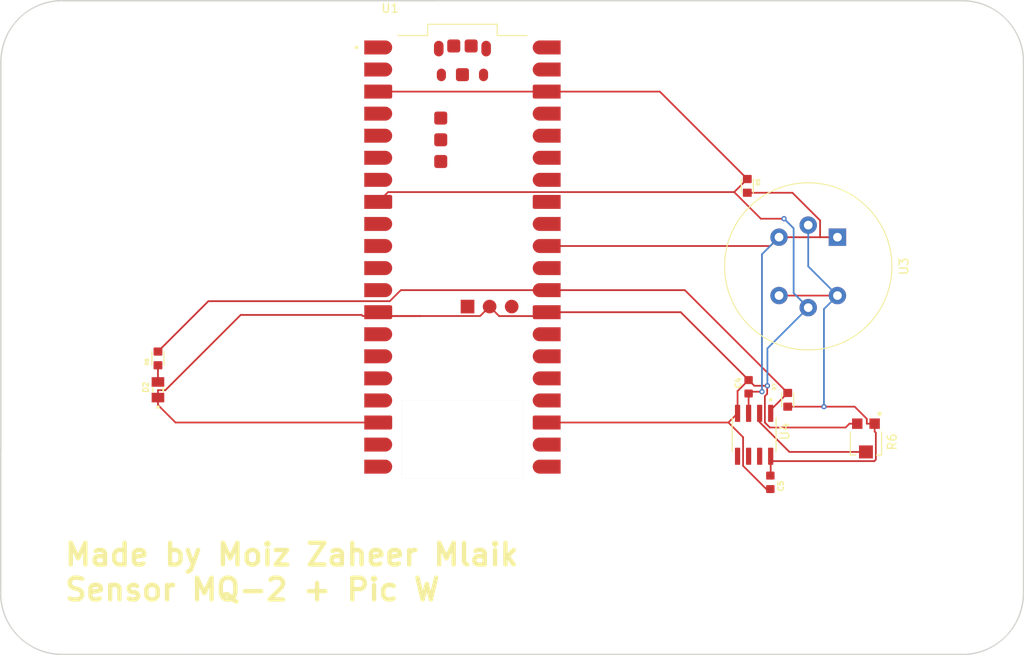
<source format=kicad_pcb>
(kicad_pcb (version 20241229) (generator "pcbnew") (generator_version "9.0")
  (layers (0 "F.Cu" signal) (2 "B.Cu" signal) (13 "F.Paste" user) (15 "B.Paste" user) (5 "F.SilkS" user "F.Silkscreen") (7 "B.SilkS" user "B.Silkscreen") (1 "F.Mask" user) (3 "B.Mask" user) (25 "Edge.Cuts" user))
  (net 0 "")
  (net 1 "GND")
  (net 2 "POT")
  (net 3 "/MQ-X/DOUT")
  (net 4 "/MQ-X/AOUT")
  (net 5 "+5V")
  (net 6 "Net-(D2-PadA)")
  (net 23 "3V3")
  (net 37 "AGND")
  (net 39 "VSYS")
  (footprint "Sensor:MQ-6" (layer "F.Cu") (at 209.16 56.495 -90)
    (property "Reference" "U3")
    (property "Value" "MQ-6")
  )
  (footprint "8-2176243-2:RESC1608X50N" (layer "F.Cu") (at 198.79 50.585 -90)
    (property "Reference" "R5")
    (property "Value" "10K")
  )
  (footprint "LM393M_NOPB:SOIC127P599X175-8N" (layer "F.Cu") (at 199.575 79.245 -90)
    (property "Reference" "U4")
    (property "Value" "LM393M_NOPB")
  )
  (footprint "597-3305-607F:LEDC2012X70N" (layer "F.Cu") (at 130.99 74.06 90)
    (property "Reference" "D2")
    (property "Value" "597-3305-607F")
  )
  (footprint "8-2176243-2:RESC1608X50N" (layer "F.Cu") (at 203.44 75.215 90)
    (property "Reference" "R7")
    (property "Value" "10K")
  )
  (footprint "RASPBERRY_PI_PICO_W:MODULE_RASPBERRY_PI_PICO_W" (layer "F.Cu") (at 166.02 58.78)
    (property "Reference" "U1")
    (property "Value" "RASPBERRY_PI_PICO_W")
    (fp_line (start -7 16.5) (end 7 16.5) (stroke (width 0.01)) (layer "Edge.Cuts"))
    (fp_line (start -7 25.5) (end -7 16.5) (stroke (width 0.01)) (layer "Edge.Cuts"))
    (fp_line (start 7 16.5) (end 7 25.5) (stroke (width 0.01)) (layer "Edge.Cuts"))
    (fp_line (start 7 25.5) (end -7 25.5) (stroke (width 0.01)) (layer "Edge.Cuts"))
  )
  (footprint "8-2176243-2:RESC1608X50N" (layer "F.Cu") (at 130.99 70.45 90)
    (property "Reference" "R8")
    (property "Value" "2k2")
  )
  (footprint "C0603C103K5RACTU:CAPC1608X90N" (layer "F.Cu") (at 198.94 73.715 90)
    (property "Reference" "C4")
    (property "Value" "100n")
  )
  (footprint "C0603C103K5RACTU:CAPC1608X90N" (layer "F.Cu") (at 201.44 84.715 -90)
    (property "Reference" "C5")
    (property "Value" "100n")
  )
  (footprint "TC33X-2-103E:TRIM_TC33X-2-103E" (layer "F.Cu") (at 212.44 79.765 -90)
    (property "Reference" "R6")
    (property "Value" "TC33X-2-103E")
  )
  (gr_line (start 119.963612 29.27) (end 121.47 29.27) (stroke (width 0.15)) (layer "Edge.Cuts"))
  (gr_line (start 230.56 36.31) (end 230.56 53.54) (stroke (width 0.15)) (layer "Edge.Cuts"))
  (gr_line (start 112.902655 97.15) (end 112.902655 97.482775) (stroke (width 0.15)) (layer "Edge.Cuts"))
  (gr_line (start 163.76 29.265604) (end 163.23 29.265604) (stroke (width 0.15)) (layer "Edge.Cuts"))
  (gr_line (start 223.515604 104.53) (end 134.31 104.53) (stroke (width 0.15)) (layer "Edge.Cuts"))
  (gr_line (start 223.532655 29.265604) (end 163.76 29.265604) (stroke (width 0.15)) (layer "Edge.Cuts"))
  (gr_arc (start 119.93 104.52) (mid 114.953939 102.458843) (end 112.892775 97.482775) (stroke (width 0.15)) (layer "Edge.Cuts"))
  (gr_line (start 230.56 97.502655) (end 230.56 53.54) (stroke (width 0.15)) (layer "Edge.Cuts"))
  (gr_line (start 112.919216 36.297345) (end 112.919216 80.86) (stroke (width 0.15)) (layer "Edge.Cuts"))
  (gr_line (start 112.919216 80.86) (end 112.902655 81.48) (stroke (width 0.15)) (layer "Edge.Cuts"))
  (gr_arc (start 112.926387 36.297345) (mid 114.987541 31.321273) (end 119.963612 29.26012) (stroke (width 0.15)) (layer "Edge.Cuts"))
  (gr_arc (start 223.532655 29.272775) (mid 228.508754 31.333915) (end 230.56988 36.31) (stroke (width 0.15)) (layer "Edge.Cuts"))
  (gr_line (start 119.93 104.527171) (end 133.87 104.527171) (stroke (width 0.15)) (layer "Edge.Cuts"))
  (gr_line (start 134.31 104.53) (end 133.87 104.527171) (stroke (width 0.15)) (layer "Edge.Cuts"))
  (gr_line (start 112.902655 97.15) (end 112.902655 81.48) (stroke (width 0.15)) (layer "Edge.Cuts"))
  (gr_line (start 121.47 29.27) (end 163.23 29.27) (stroke (width 0.15)) (layer "Edge.Cuts"))
  (gr_arc (start 230.552829 97.502655) (mid 228.491675 102.478726) (end 223.515604 104.53988) (stroke (width 0.15)) (layer "Edge.Cuts"))
  (gr_text "Made by Moiz Zaheer Mlaik\nSensor MQ-2 + Pic W  " (at 120.04 98.53 0) (layer "F.SilkS") (effects (font (size 2.5 2.5) (thickness 0.5)) (justify left bottom)))
  (segment (start 131.8417 74.1083) (end 130.99 74.1083) (width 0.2) (layer "F.Cu") (net 1))
  (segment (start 198.94 72.94) (end 199.5995 73.5995) (width 0.2) (layer "F.Cu") (net 1))
  (segment (start 130.99 74.96) (end 130.99 75.8117) (width 0.2) (layer "F.Cu") (net 1))
  (segment (start 175.71 65.13) (end 191.13 65.13) (width 0.2) (layer "F.Cu") (net 1))
  (segment (start 188.725 39.73) (end 175.71 39.73) (width 0.2) (layer "F.Cu") (net 1))
  (segment (start 169.1441 64.48) (end 170.2425 65.5784) (width 0.2) (layer "F.Cu") (net 1))
  (segment (start 156.33 52.43) (end 157.4585 51.3015) (width 0.2) (layer "F.Cu") (net 1))
  (segment (start 201.1041 73.5995) (end 201.0785 73.5995) (width 0.2) (layer "F.Cu") (net 1))
  (segment (start 156.33 77.83) (end 133.0083 77.83) (width 0.2) (layer "F.Cu") (net 1))
  (segment (start 157.4585 51.3015) (end 197.2835 51.3015) (width 0.2) (layer "F.Cu") (net 1))
  (segment (start 175.71 39.73) (end 156.33 39.73) (width 0.2) (layer "F.Cu") (net 1))
  (segment (start 210.0998 78.4035) (end 201.3885 78.4035) (width 0.2) (layer "F.Cu") (net 1))
  (segment (start 130.99 74.96) (end 130.99 74.1083) (width 0.2) (layer "F.Cu") (net 1))
  (segment (start 199.5995 73.5995) (end 201.0785 73.5995) (width 0.2) (layer "F.Cu") (net 1))
  (segment (start 197.2835 51.3015) (end 200.3474 54.3654) (width 0.2) (layer "F.Cu") (net 1))
  (segment (start 161.1421 65.5691) (end 168.055 65.5691) (width 0.2) (layer "F.Cu") (net 1))
  (segment (start 200.3474 54.3654) (end 203.0154 54.3654) (width 0.2) (layer "F.Cu") (net 1))
  (segment (start 191.13 65.13) (end 198.94 72.94) (width 0.2) (layer "F.Cu") (net 1))
  (segment (start 211.44 77.965) (end 210.5383 77.965) (width 0.2) (layer "F.Cu") (net 1))
  (segment (start 175.71 77.83) (end 196.615 77.83) (width 0.2) (layer "F.Cu") (net 1))
  (segment (start 133.0083 77.83) (end 130.99 75.8117) (width 0.2) (layer "F.Cu") (net 1))
  (segment (start 200.9778 85.49) (end 198.305 82.8172) (width 0.2) (layer "F.Cu") (net 1))
  (segment (start 196.615 77.83) (end 197.67 76.775) (width 0.2) (layer "F.Cu") (net 1))
  (segment (start 168.055 65.5691) (end 169.1441 64.48) (width 0.2) (layer "F.Cu") (net 1))
  (segment (start 156.7691 65.5691) (end 161.1421 65.5691) (width 0.2) (layer "F.Cu") (net 1))
  (segment (start 201.44 85.49) (end 200.9778 85.49) (width 0.2) (layer "F.Cu") (net 1))
  (segment (start 210.5383 77.965) (end 210.0998 78.4035) (width 0.2) (layer "F.Cu") (net 1))
  (segment (start 200.812 77.827) (end 200.812 74.7967) (width 0.2) (layer "F.Cu") (net 1))
  (segment (start 161.1421 65.5691) (end 154.5506 65.5691) (width 0.2) (layer "F.Cu") (net 1))
  (segment (start 170.2425 65.5784) (end 175.2616 65.5784) (width 0.2) (layer "F.Cu") (net 1))
  (segment (start 140.5067 65.4433) (end 131.8417 74.1083) (width 0.2) (layer "F.Cu") (net 1))
  (segment (start 198.305 82.8172) (end 198.305 79.52) (width 0.2) (layer "F.Cu") (net 1))
  (segment (start 156.33 65.13) (end 156.7691 65.5691) (width 0.2) (layer "F.Cu") (net 1))
  (segment (start 200.812 74.7967) (end 201.0785 74.5302) (width 0.2) (layer "F.Cu") (net 1))
  (segment (start 197.2835 51.3015) (end 198.79 49.795) (width 0.2) (layer "F.Cu") (net 1))
  (segment (start 198.305 79.52) (end 196.615 77.83) (width 0.2) (layer "F.Cu") (net 1))
  (segment (start 175.2616 65.5784) (end 175.71 65.13) (width 0.2) (layer "F.Cu") (net 1))
  (segment (start 198.94 72.94) (end 197.67 74.21) (width 0.2) (layer "F.Cu") (net 1))
  (segment (start 197.67 74.21) (end 197.67 76.775) (width 0.2) (layer "F.Cu") (net 1))
  (segment (start 154.5506 65.5691) (end 154.4248 65.4433) (width 0.2) (layer "F.Cu") (net 1))
  (segment (start 154.4248 65.4433) (end 140.5067 65.4433) (width 0.2) (layer "F.Cu") (net 1))
  (segment (start 198.79 49.795) (end 188.725 39.73) (width 0.2) (layer "F.Cu") (net 1))
  (segment (start 201.0785 74.5302) (end 201.0785 73.5995) (width 0.2) (layer "F.Cu") (net 1))
  (segment (start 201.3885 78.4035) (end 200.812 77.827) (width 0.2) (layer "F.Cu") (net 1))
  (via (at 201.1041 73.5995) (size 0.6) (drill 0.3) (layers "F.Cu" "B.Cu") (net 1))
  (via (at 203.0154 54.3654) (size 0.6) (drill 0.3) (layers "F.Cu" "B.Cu") (net 1))
  (segment (start 204.12 62.925) (end 205.8 64.605) (width 0.2) (layer "B.Cu") (net 1))
  (segment (start 205.8 64.605) (end 201.1041 69.3009) (width 0.2) (layer "B.Cu") (net 1))
  (segment (start 201.1041 69.3009) (end 201.1041 73.5995) (width 0.2) (layer "B.Cu") (net 1))
  (segment (start 203.0154 54.3654) (end 204.12 55.47) (width 0.2) (layer "B.Cu") (net 1))
  (segment (start 204.12 55.47) (end 204.12 62.925) (width 0.2) (layer "B.Cu") (net 1))
  (segment (start 200.21 77.793) (end 203.632 81.215) (width 0.2) (layer "F.Cu") (net 2))
  (segment (start 203.632 81.215) (end 212.44 81.215) (width 0.2) (layer "F.Cu") (net 2))
  (segment (start 200.21 76.775) (end 200.21 77.793) (width 0.2) (layer "F.Cu") (net 2))
  (segment (start 158.9293 62.59) (end 175.71 62.59) (width 0.2) (layer "F.Cu") (net 3))
  (segment (start 157.6593 63.86) (end 158.9293 62.59) (width 0.2) (layer "F.Cu") (net 3))
  (segment (start 136.79 63.86) (end 157.6593 63.86) (width 0.2) (layer "F.Cu") (net 3))
  (segment (start 203.44 74.425) (end 191.605 62.59) (width 0.2) (layer "F.Cu") (net 3))
  (segment (start 201.48 76.385) (end 203.44 74.425) (width 0.2) (layer "F.Cu") (net 3))
  (segment (start 191.605 62.59) (end 175.71 62.59) (width 0.2) (layer "F.Cu") (net 3))
  (segment (start 130.99 69.66) (end 136.79 63.86) (width 0.2) (layer "F.Cu") (net 3))
  (segment (start 201.48 76.775) (end 201.48 76.385) (width 0.2) (layer "F.Cu") (net 3))
  (segment (start 207.1647 56.495) (end 202.44 56.495) (width 0.2) (layer "F.Cu") (net 4))
  (segment (start 175.71 57.51) (end 201.425 57.51) (width 0.2) (layer "F.Cu") (net 4))
  (segment (start 207.1647 54.5626) (end 203.9771 51.375) (width 0.2) (layer "F.Cu") (net 4))
  (segment (start 201.425 57.51) (end 202.44 56.495) (width 0.2) (layer "F.Cu") (net 4))
  (segment (start 209.16 56.495) (end 207.1647 56.495) (width 0.2) (layer "F.Cu") (net 4))
  (segment (start 203.9771 51.375) (end 198.79 51.375) (width 0.2) (layer "F.Cu") (net 4))
  (segment (start 207.1647 56.495) (end 207.1647 54.5626) (width 0.2) (layer "F.Cu") (net 4))
  (segment (start 198.94 74.49) (end 198.94 76.775) (width 0.2) (layer "F.Cu") (net 4))
  (segment (start 199.149 74.281) (end 198.94 74.49) (width 0.2) (layer "F.Cu") (net 4))
  (segment (start 200.4768 74.281) (end 199.149 74.281) (width 0.2) (layer "F.Cu") (net 4))
  (via (at 200.4768 74.281) (size 0.6) (drill 0.3) (layers "F.Cu" "B.Cu") (net 4))
  (segment (start 200.4768 58.4582) (end 200.4768 74.281) (width 0.2) (layer "B.Cu") (net 4))
  (segment (start 202.44 56.495) (end 200.4768 58.4582) (width 0.2) (layer "B.Cu") (net 4))
  (segment (start 201.48 82.2754) (end 201.48 81.715) (width 0.2) (layer "F.Cu") (net 5))
  (segment (start 213.5776 79.0043) (end 213.44 78.8667) (width 0.2) (layer "F.Cu") (net 5))
  (segment (start 202.44 63.215) (end 209.16 63.215) (width 0.2) (layer "F.Cu") (net 5))
  (segment (start 213.5776 82.0981) (end 213.5776 79.0043) (width 0.2) (layer "F.Cu") (net 5))
  (segment (start 203.44 76.005) (end 207.6078 76.005) (width 0.2) (layer "F.Cu") (net 5))
  (segment (start 213.44 77.965) (end 213.44 78.8667) (width 0.2) (layer "F.Cu") (net 5))
  (segment (start 213.4003 82.2754) (end 213.5776 82.0981) (width 0.2) (layer "F.Cu") (net 5))
  (segment (start 201.48 82.2754) (end 213.4003 82.2754) (width 0.2) (layer "F.Cu") (net 5))
  (segment (start 201.48 83.9) (end 201.48 82.2754) (width 0.2) (layer "F.Cu") (net 5))
  (segment (start 212.5383 77.4014) (end 212.5383 77.965) (width 0.2) (layer "F.Cu") (net 5))
  (segment (start 201.44 83.94) (end 201.48 83.9) (width 0.2) (layer "F.Cu") (net 5))
  (segment (start 207.6078 76.005) (end 211.1419 76.005) (width 0.2) (layer "F.Cu") (net 5))
  (segment (start 213.44 77.965) (end 212.5383 77.965) (width 0.2) (layer "F.Cu") (net 5))
  (segment (start 211.1419 76.005) (end 212.5383 77.4014) (width 0.2) (layer "F.Cu") (net 5))
  (via (at 207.6078 76.005) (size 0.6) (drill 0.3) (layers "F.Cu" "B.Cu") (net 5))
  (segment (start 205.8 59.855) (end 205.8 55.105) (width 0.2) (layer "B.Cu") (net 5))
  (segment (start 209.16 63.215) (end 207.6078 64.7672) (width 0.2) (layer "B.Cu") (net 5))
  (segment (start 209.16 63.215) (end 205.8 59.855) (width 0.2) (layer "B.Cu") (net 5))
  (segment (start 207.6078 64.7672) (end 207.6078 76.005) (width 0.2) (layer "B.Cu") (net 5))
  (segment (start 130.99 71.24) (end 130.99 73.16) (width 0.2) (layer "F.Cu") (net 6))
)
</source>
